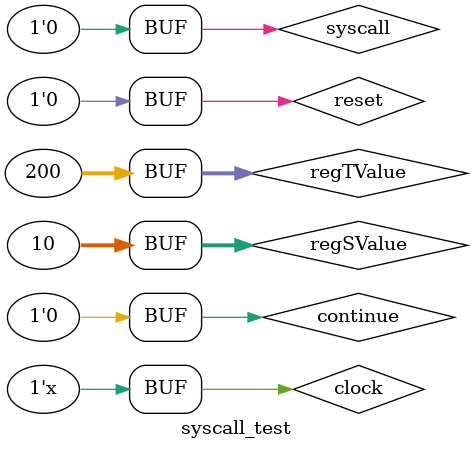
<source format=v>
`timescale 1ns / 1ps


module syscall_test();
    reg[31: 0] regSValue=0;
    reg[31: 0] regTValue=0;
    reg continue=0;
    reg syscall=0;
    reg clock=0;
    reg reset=0;
    wire enable;
    wire[31: 0] syscallOutput;

    Syscall syscallTest(.regSValue(regSValue), .regTValue(regTValue),
        .syscall(syscall), .clock(clock), .reset(reset), .continue(continue),
        .enable(enable), .syscallOutput(syscallOutput));

    always #5 clock = ~clock;
    initial begin
        #2 reset = 1;
        #10 reset = 0;

        #10 syscall = 1;
        regTValue = 100;
        regSValue = 1;

        #10 syscall = 0;

        #10 syscall = 1;
        regSValue = 32'h0000_000a;

        #10 syscall = 0;
        #10 syscall = 1;
        regSValue = 2;
        regTValue = 200;

        #30 syscall = 0;

        #10 reset = 1;
        #10 reset = 0;

        #10 syscall = 1;
        regSValue = 32'h0000_000a;

        #10 syscall = 0;
        #50 continue = 1;
        #10 continue = 0;
    end
endmodule

</source>
